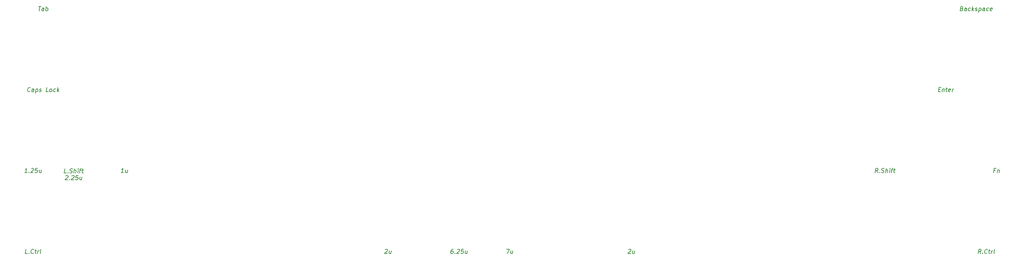
<source format=gbr>
%TF.GenerationSoftware,KiCad,Pcbnew,8.0.5-dirty*%
%TF.CreationDate,2024-10-05T08:47:05+05:30*%
%TF.ProjectId,kalam,6b616c61-6d2e-46b6-9963-61645f706362,rev?*%
%TF.SameCoordinates,Original*%
%TF.FileFunction,Legend,Top*%
%TF.FilePolarity,Positive*%
%FSLAX46Y46*%
G04 Gerber Fmt 4.6, Leading zero omitted, Abs format (unit mm)*
G04 Created by KiCad (PCBNEW 8.0.5-dirty) date 2024-10-05 08:47:05*
%MOMM*%
%LPD*%
G01*
G04 APERTURE LIST*
%ADD10C,0.150000*%
%ADD11C,1.750000*%
%ADD12C,3.987800*%
G04 APERTURE END LIST*
D10*
X237386887Y-44281763D02*
X237720220Y-44281763D01*
X237797601Y-44805573D02*
X237321410Y-44805573D01*
X237321410Y-44805573D02*
X237446410Y-43805573D01*
X237446410Y-43805573D02*
X237922601Y-43805573D01*
X238309506Y-44138906D02*
X238226172Y-44805573D01*
X238297601Y-44234144D02*
X238351172Y-44186525D01*
X238351172Y-44186525D02*
X238452363Y-44138906D01*
X238452363Y-44138906D02*
X238595220Y-44138906D01*
X238595220Y-44138906D02*
X238684506Y-44186525D01*
X238684506Y-44186525D02*
X238720220Y-44281763D01*
X238720220Y-44281763D02*
X238654744Y-44805573D01*
X239071411Y-44138906D02*
X239452363Y-44138906D01*
X239255934Y-43805573D02*
X239148792Y-44662715D01*
X239148792Y-44662715D02*
X239184506Y-44757954D01*
X239184506Y-44757954D02*
X239273792Y-44805573D01*
X239273792Y-44805573D02*
X239369030Y-44805573D01*
X240089268Y-44757954D02*
X239988078Y-44805573D01*
X239988078Y-44805573D02*
X239797601Y-44805573D01*
X239797601Y-44805573D02*
X239708316Y-44757954D01*
X239708316Y-44757954D02*
X239672601Y-44662715D01*
X239672601Y-44662715D02*
X239720221Y-44281763D01*
X239720221Y-44281763D02*
X239779744Y-44186525D01*
X239779744Y-44186525D02*
X239880935Y-44138906D01*
X239880935Y-44138906D02*
X240071411Y-44138906D01*
X240071411Y-44138906D02*
X240160697Y-44186525D01*
X240160697Y-44186525D02*
X240196411Y-44281763D01*
X240196411Y-44281763D02*
X240184506Y-44377001D01*
X240184506Y-44377001D02*
X239696411Y-44472239D01*
X240559506Y-44805573D02*
X240642840Y-44138906D01*
X240619030Y-44329382D02*
X240678554Y-44234144D01*
X240678554Y-44234144D02*
X240732125Y-44186525D01*
X240732125Y-44186525D02*
X240833316Y-44138906D01*
X240833316Y-44138906D02*
X240928554Y-44138906D01*
X23342363Y-63855557D02*
X22770934Y-63855557D01*
X23056649Y-63855557D02*
X23181649Y-62855557D01*
X23181649Y-62855557D02*
X23068553Y-62998414D01*
X23068553Y-62998414D02*
X22961411Y-63093652D01*
X22961411Y-63093652D02*
X22860220Y-63141271D01*
X23782839Y-63760318D02*
X23824506Y-63807938D01*
X23824506Y-63807938D02*
X23770934Y-63855557D01*
X23770934Y-63855557D02*
X23729268Y-63807938D01*
X23729268Y-63807938D02*
X23782839Y-63760318D01*
X23782839Y-63760318D02*
X23770934Y-63855557D01*
X24312601Y-62950795D02*
X24366172Y-62903176D01*
X24366172Y-62903176D02*
X24467362Y-62855557D01*
X24467362Y-62855557D02*
X24705458Y-62855557D01*
X24705458Y-62855557D02*
X24794743Y-62903176D01*
X24794743Y-62903176D02*
X24836410Y-62950795D01*
X24836410Y-62950795D02*
X24872124Y-63046033D01*
X24872124Y-63046033D02*
X24860220Y-63141271D01*
X24860220Y-63141271D02*
X24794743Y-63284128D01*
X24794743Y-63284128D02*
X24151886Y-63855557D01*
X24151886Y-63855557D02*
X24770934Y-63855557D01*
X25800696Y-62855557D02*
X25324505Y-62855557D01*
X25324505Y-62855557D02*
X25217363Y-63331747D01*
X25217363Y-63331747D02*
X25270934Y-63284128D01*
X25270934Y-63284128D02*
X25372124Y-63236509D01*
X25372124Y-63236509D02*
X25610220Y-63236509D01*
X25610220Y-63236509D02*
X25699505Y-63284128D01*
X25699505Y-63284128D02*
X25741172Y-63331747D01*
X25741172Y-63331747D02*
X25776886Y-63426985D01*
X25776886Y-63426985D02*
X25747124Y-63665080D01*
X25747124Y-63665080D02*
X25687601Y-63760318D01*
X25687601Y-63760318D02*
X25634029Y-63807938D01*
X25634029Y-63807938D02*
X25532839Y-63855557D01*
X25532839Y-63855557D02*
X25294743Y-63855557D01*
X25294743Y-63855557D02*
X25205458Y-63807938D01*
X25205458Y-63807938D02*
X25163791Y-63760318D01*
X26663791Y-63188890D02*
X26580458Y-63855557D01*
X26235220Y-63188890D02*
X26169744Y-63712699D01*
X26169744Y-63712699D02*
X26205458Y-63807938D01*
X26205458Y-63807938D02*
X26294744Y-63855557D01*
X26294744Y-63855557D02*
X26437601Y-63855557D01*
X26437601Y-63855557D02*
X26538791Y-63807938D01*
X26538791Y-63807938D02*
X26592363Y-63760318D01*
X107418186Y-82000779D02*
X107471757Y-81953160D01*
X107471757Y-81953160D02*
X107572947Y-81905541D01*
X107572947Y-81905541D02*
X107811043Y-81905541D01*
X107811043Y-81905541D02*
X107900328Y-81953160D01*
X107900328Y-81953160D02*
X107941995Y-82000779D01*
X107941995Y-82000779D02*
X107977709Y-82096017D01*
X107977709Y-82096017D02*
X107965805Y-82191255D01*
X107965805Y-82191255D02*
X107900328Y-82334112D01*
X107900328Y-82334112D02*
X107257471Y-82905541D01*
X107257471Y-82905541D02*
X107876519Y-82905541D01*
X108816995Y-82238874D02*
X108733662Y-82905541D01*
X108388424Y-82238874D02*
X108322948Y-82762683D01*
X108322948Y-82762683D02*
X108358662Y-82857922D01*
X108358662Y-82857922D02*
X108447948Y-82905541D01*
X108447948Y-82905541D02*
X108590805Y-82905541D01*
X108590805Y-82905541D02*
X108691995Y-82857922D01*
X108691995Y-82857922D02*
X108745567Y-82810302D01*
X223057671Y-63855557D02*
X222783861Y-63379366D01*
X222486242Y-63855557D02*
X222611242Y-62855557D01*
X222611242Y-62855557D02*
X222992195Y-62855557D01*
X222992195Y-62855557D02*
X223081480Y-62903176D01*
X223081480Y-62903176D02*
X223123147Y-62950795D01*
X223123147Y-62950795D02*
X223158861Y-63046033D01*
X223158861Y-63046033D02*
X223141004Y-63188890D01*
X223141004Y-63188890D02*
X223081480Y-63284128D01*
X223081480Y-63284128D02*
X223027909Y-63331747D01*
X223027909Y-63331747D02*
X222926719Y-63379366D01*
X222926719Y-63379366D02*
X222545766Y-63379366D01*
X223498147Y-63760318D02*
X223539814Y-63807938D01*
X223539814Y-63807938D02*
X223486242Y-63855557D01*
X223486242Y-63855557D02*
X223444576Y-63807938D01*
X223444576Y-63807938D02*
X223498147Y-63760318D01*
X223498147Y-63760318D02*
X223486242Y-63855557D01*
X223920766Y-63807938D02*
X224057670Y-63855557D01*
X224057670Y-63855557D02*
X224295766Y-63855557D01*
X224295766Y-63855557D02*
X224396956Y-63807938D01*
X224396956Y-63807938D02*
X224450528Y-63760318D01*
X224450528Y-63760318D02*
X224510051Y-63665080D01*
X224510051Y-63665080D02*
X224521956Y-63569842D01*
X224521956Y-63569842D02*
X224486242Y-63474604D01*
X224486242Y-63474604D02*
X224444575Y-63426985D01*
X224444575Y-63426985D02*
X224355290Y-63379366D01*
X224355290Y-63379366D02*
X224170766Y-63331747D01*
X224170766Y-63331747D02*
X224081480Y-63284128D01*
X224081480Y-63284128D02*
X224039813Y-63236509D01*
X224039813Y-63236509D02*
X224004099Y-63141271D01*
X224004099Y-63141271D02*
X224016004Y-63046033D01*
X224016004Y-63046033D02*
X224075528Y-62950795D01*
X224075528Y-62950795D02*
X224129099Y-62903176D01*
X224129099Y-62903176D02*
X224230290Y-62855557D01*
X224230290Y-62855557D02*
X224468385Y-62855557D01*
X224468385Y-62855557D02*
X224605290Y-62903176D01*
X224914813Y-63855557D02*
X225039813Y-62855557D01*
X225343385Y-63855557D02*
X225408861Y-63331747D01*
X225408861Y-63331747D02*
X225373147Y-63236509D01*
X225373147Y-63236509D02*
X225283861Y-63188890D01*
X225283861Y-63188890D02*
X225141004Y-63188890D01*
X225141004Y-63188890D02*
X225039813Y-63236509D01*
X225039813Y-63236509D02*
X224986242Y-63284128D01*
X225819575Y-63855557D02*
X225902909Y-63188890D01*
X225944575Y-62855557D02*
X225891004Y-62903176D01*
X225891004Y-62903176D02*
X225932671Y-62950795D01*
X225932671Y-62950795D02*
X225986242Y-62903176D01*
X225986242Y-62903176D02*
X225944575Y-62855557D01*
X225944575Y-62855557D02*
X225932671Y-62950795D01*
X226236242Y-63188890D02*
X226617194Y-63188890D01*
X226295765Y-63855557D02*
X226402908Y-62998414D01*
X226402908Y-62998414D02*
X226462432Y-62903176D01*
X226462432Y-62903176D02*
X226563623Y-62855557D01*
X226563623Y-62855557D02*
X226658861Y-62855557D01*
X226807671Y-63188890D02*
X227188623Y-63188890D01*
X226992194Y-62855557D02*
X226885052Y-63712699D01*
X226885052Y-63712699D02*
X226920766Y-63807938D01*
X226920766Y-63807938D02*
X227010052Y-63855557D01*
X227010052Y-63855557D02*
X227105290Y-63855557D01*
X123384541Y-81905541D02*
X123194065Y-81905541D01*
X123194065Y-81905541D02*
X123092874Y-81953160D01*
X123092874Y-81953160D02*
X123039303Y-82000779D01*
X123039303Y-82000779D02*
X122926207Y-82143636D01*
X122926207Y-82143636D02*
X122854779Y-82334112D01*
X122854779Y-82334112D02*
X122807160Y-82715064D01*
X122807160Y-82715064D02*
X122842874Y-82810302D01*
X122842874Y-82810302D02*
X122884541Y-82857922D01*
X122884541Y-82857922D02*
X122973827Y-82905541D01*
X122973827Y-82905541D02*
X123164303Y-82905541D01*
X123164303Y-82905541D02*
X123265493Y-82857922D01*
X123265493Y-82857922D02*
X123319065Y-82810302D01*
X123319065Y-82810302D02*
X123378588Y-82715064D01*
X123378588Y-82715064D02*
X123408350Y-82476969D01*
X123408350Y-82476969D02*
X123372636Y-82381731D01*
X123372636Y-82381731D02*
X123330969Y-82334112D01*
X123330969Y-82334112D02*
X123241684Y-82286493D01*
X123241684Y-82286493D02*
X123051207Y-82286493D01*
X123051207Y-82286493D02*
X122950017Y-82334112D01*
X122950017Y-82334112D02*
X122896446Y-82381731D01*
X122896446Y-82381731D02*
X122836922Y-82476969D01*
X123795255Y-82810302D02*
X123836922Y-82857922D01*
X123836922Y-82857922D02*
X123783350Y-82905541D01*
X123783350Y-82905541D02*
X123741684Y-82857922D01*
X123741684Y-82857922D02*
X123795255Y-82810302D01*
X123795255Y-82810302D02*
X123783350Y-82905541D01*
X124325017Y-82000779D02*
X124378588Y-81953160D01*
X124378588Y-81953160D02*
X124479778Y-81905541D01*
X124479778Y-81905541D02*
X124717874Y-81905541D01*
X124717874Y-81905541D02*
X124807159Y-81953160D01*
X124807159Y-81953160D02*
X124848826Y-82000779D01*
X124848826Y-82000779D02*
X124884540Y-82096017D01*
X124884540Y-82096017D02*
X124872636Y-82191255D01*
X124872636Y-82191255D02*
X124807159Y-82334112D01*
X124807159Y-82334112D02*
X124164302Y-82905541D01*
X124164302Y-82905541D02*
X124783350Y-82905541D01*
X125813112Y-81905541D02*
X125336921Y-81905541D01*
X125336921Y-81905541D02*
X125229779Y-82381731D01*
X125229779Y-82381731D02*
X125283350Y-82334112D01*
X125283350Y-82334112D02*
X125384540Y-82286493D01*
X125384540Y-82286493D02*
X125622636Y-82286493D01*
X125622636Y-82286493D02*
X125711921Y-82334112D01*
X125711921Y-82334112D02*
X125753588Y-82381731D01*
X125753588Y-82381731D02*
X125789302Y-82476969D01*
X125789302Y-82476969D02*
X125759540Y-82715064D01*
X125759540Y-82715064D02*
X125700017Y-82810302D01*
X125700017Y-82810302D02*
X125646445Y-82857922D01*
X125646445Y-82857922D02*
X125545255Y-82905541D01*
X125545255Y-82905541D02*
X125307159Y-82905541D01*
X125307159Y-82905541D02*
X125217874Y-82857922D01*
X125217874Y-82857922D02*
X125176207Y-82810302D01*
X126676207Y-82238874D02*
X126592874Y-82905541D01*
X126247636Y-82238874D02*
X126182160Y-82762683D01*
X126182160Y-82762683D02*
X126217874Y-82857922D01*
X126217874Y-82857922D02*
X126307160Y-82905541D01*
X126307160Y-82905541D02*
X126450017Y-82905541D01*
X126450017Y-82905541D02*
X126551207Y-82857922D01*
X126551207Y-82857922D02*
X126604779Y-82810302D01*
X32557829Y-63943553D02*
X32081638Y-63943553D01*
X32081638Y-63943553D02*
X32206638Y-62943553D01*
X32903067Y-63848314D02*
X32944734Y-63895934D01*
X32944734Y-63895934D02*
X32891162Y-63943553D01*
X32891162Y-63943553D02*
X32849496Y-63895934D01*
X32849496Y-63895934D02*
X32903067Y-63848314D01*
X32903067Y-63848314D02*
X32891162Y-63943553D01*
X33325686Y-63895934D02*
X33462590Y-63943553D01*
X33462590Y-63943553D02*
X33700686Y-63943553D01*
X33700686Y-63943553D02*
X33801876Y-63895934D01*
X33801876Y-63895934D02*
X33855448Y-63848314D01*
X33855448Y-63848314D02*
X33914971Y-63753076D01*
X33914971Y-63753076D02*
X33926876Y-63657838D01*
X33926876Y-63657838D02*
X33891162Y-63562600D01*
X33891162Y-63562600D02*
X33849495Y-63514981D01*
X33849495Y-63514981D02*
X33760210Y-63467362D01*
X33760210Y-63467362D02*
X33575686Y-63419743D01*
X33575686Y-63419743D02*
X33486400Y-63372124D01*
X33486400Y-63372124D02*
X33444733Y-63324505D01*
X33444733Y-63324505D02*
X33409019Y-63229267D01*
X33409019Y-63229267D02*
X33420924Y-63134029D01*
X33420924Y-63134029D02*
X33480448Y-63038791D01*
X33480448Y-63038791D02*
X33534019Y-62991172D01*
X33534019Y-62991172D02*
X33635210Y-62943553D01*
X33635210Y-62943553D02*
X33873305Y-62943553D01*
X33873305Y-62943553D02*
X34010210Y-62991172D01*
X34319733Y-63943553D02*
X34444733Y-62943553D01*
X34748305Y-63943553D02*
X34813781Y-63419743D01*
X34813781Y-63419743D02*
X34778067Y-63324505D01*
X34778067Y-63324505D02*
X34688781Y-63276886D01*
X34688781Y-63276886D02*
X34545924Y-63276886D01*
X34545924Y-63276886D02*
X34444733Y-63324505D01*
X34444733Y-63324505D02*
X34391162Y-63372124D01*
X35224495Y-63943553D02*
X35307829Y-63276886D01*
X35349495Y-62943553D02*
X35295924Y-62991172D01*
X35295924Y-62991172D02*
X35337591Y-63038791D01*
X35337591Y-63038791D02*
X35391162Y-62991172D01*
X35391162Y-62991172D02*
X35349495Y-62943553D01*
X35349495Y-62943553D02*
X35337591Y-63038791D01*
X35641162Y-63276886D02*
X36022114Y-63276886D01*
X35700685Y-63943553D02*
X35807828Y-63086410D01*
X35807828Y-63086410D02*
X35867352Y-62991172D01*
X35867352Y-62991172D02*
X35968543Y-62943553D01*
X35968543Y-62943553D02*
X36063781Y-62943553D01*
X36212591Y-63276886D02*
X36593543Y-63276886D01*
X36397114Y-62943553D02*
X36289972Y-63800695D01*
X36289972Y-63800695D02*
X36325686Y-63895934D01*
X36325686Y-63895934D02*
X36414972Y-63943553D01*
X36414972Y-63943553D02*
X36510210Y-63943553D01*
X32409020Y-64648735D02*
X32462591Y-64601116D01*
X32462591Y-64601116D02*
X32563781Y-64553497D01*
X32563781Y-64553497D02*
X32801877Y-64553497D01*
X32801877Y-64553497D02*
X32891162Y-64601116D01*
X32891162Y-64601116D02*
X32932829Y-64648735D01*
X32932829Y-64648735D02*
X32968543Y-64743973D01*
X32968543Y-64743973D02*
X32956639Y-64839211D01*
X32956639Y-64839211D02*
X32891162Y-64982068D01*
X32891162Y-64982068D02*
X32248305Y-65553497D01*
X32248305Y-65553497D02*
X32867353Y-65553497D01*
X33307829Y-65458258D02*
X33349496Y-65505878D01*
X33349496Y-65505878D02*
X33295924Y-65553497D01*
X33295924Y-65553497D02*
X33254258Y-65505878D01*
X33254258Y-65505878D02*
X33307829Y-65458258D01*
X33307829Y-65458258D02*
X33295924Y-65553497D01*
X33837591Y-64648735D02*
X33891162Y-64601116D01*
X33891162Y-64601116D02*
X33992352Y-64553497D01*
X33992352Y-64553497D02*
X34230448Y-64553497D01*
X34230448Y-64553497D02*
X34319733Y-64601116D01*
X34319733Y-64601116D02*
X34361400Y-64648735D01*
X34361400Y-64648735D02*
X34397114Y-64743973D01*
X34397114Y-64743973D02*
X34385210Y-64839211D01*
X34385210Y-64839211D02*
X34319733Y-64982068D01*
X34319733Y-64982068D02*
X33676876Y-65553497D01*
X33676876Y-65553497D02*
X34295924Y-65553497D01*
X35325686Y-64553497D02*
X34849495Y-64553497D01*
X34849495Y-64553497D02*
X34742353Y-65029687D01*
X34742353Y-65029687D02*
X34795924Y-64982068D01*
X34795924Y-64982068D02*
X34897114Y-64934449D01*
X34897114Y-64934449D02*
X35135210Y-64934449D01*
X35135210Y-64934449D02*
X35224495Y-64982068D01*
X35224495Y-64982068D02*
X35266162Y-65029687D01*
X35266162Y-65029687D02*
X35301876Y-65124925D01*
X35301876Y-65124925D02*
X35272114Y-65363020D01*
X35272114Y-65363020D02*
X35212591Y-65458258D01*
X35212591Y-65458258D02*
X35159019Y-65505878D01*
X35159019Y-65505878D02*
X35057829Y-65553497D01*
X35057829Y-65553497D02*
X34819733Y-65553497D01*
X34819733Y-65553497D02*
X34730448Y-65505878D01*
X34730448Y-65505878D02*
X34688781Y-65458258D01*
X36188781Y-64886830D02*
X36105448Y-65553497D01*
X35760210Y-64886830D02*
X35694734Y-65410639D01*
X35694734Y-65410639D02*
X35730448Y-65505878D01*
X35730448Y-65505878D02*
X35819734Y-65553497D01*
X35819734Y-65553497D02*
X35962591Y-65553497D01*
X35962591Y-65553497D02*
X36063781Y-65505878D01*
X36063781Y-65505878D02*
X36117353Y-65458258D01*
X135957447Y-81905541D02*
X136624114Y-81905541D01*
X136624114Y-81905541D02*
X136070543Y-82905541D01*
X137391971Y-82238874D02*
X137308638Y-82905541D01*
X136963400Y-82238874D02*
X136897924Y-82762683D01*
X136897924Y-82762683D02*
X136933638Y-82857922D01*
X136933638Y-82857922D02*
X137022924Y-82905541D01*
X137022924Y-82905541D02*
X137165781Y-82905541D01*
X137165781Y-82905541D02*
X137266971Y-82857922D01*
X137266971Y-82857922D02*
X137320543Y-82810302D01*
X23413775Y-82905493D02*
X22937584Y-82905493D01*
X22937584Y-82905493D02*
X23062584Y-81905493D01*
X23759013Y-82810254D02*
X23800680Y-82857874D01*
X23800680Y-82857874D02*
X23747108Y-82905493D01*
X23747108Y-82905493D02*
X23705442Y-82857874D01*
X23705442Y-82857874D02*
X23759013Y-82810254D01*
X23759013Y-82810254D02*
X23747108Y-82905493D01*
X24806632Y-82810254D02*
X24753060Y-82857874D01*
X24753060Y-82857874D02*
X24604251Y-82905493D01*
X24604251Y-82905493D02*
X24509013Y-82905493D01*
X24509013Y-82905493D02*
X24372108Y-82857874D01*
X24372108Y-82857874D02*
X24288775Y-82762635D01*
X24288775Y-82762635D02*
X24253060Y-82667397D01*
X24253060Y-82667397D02*
X24229251Y-82476921D01*
X24229251Y-82476921D02*
X24247108Y-82334064D01*
X24247108Y-82334064D02*
X24318536Y-82143588D01*
X24318536Y-82143588D02*
X24378060Y-82048350D01*
X24378060Y-82048350D02*
X24485203Y-81953112D01*
X24485203Y-81953112D02*
X24634013Y-81905493D01*
X24634013Y-81905493D02*
X24729251Y-81905493D01*
X24729251Y-81905493D02*
X24866156Y-81953112D01*
X24866156Y-81953112D02*
X24907822Y-82000731D01*
X25163775Y-82238826D02*
X25544727Y-82238826D01*
X25348298Y-81905493D02*
X25241156Y-82762635D01*
X25241156Y-82762635D02*
X25276870Y-82857874D01*
X25276870Y-82857874D02*
X25366156Y-82905493D01*
X25366156Y-82905493D02*
X25461394Y-82905493D01*
X25794727Y-82905493D02*
X25878061Y-82238826D01*
X25854251Y-82429302D02*
X25913775Y-82334064D01*
X25913775Y-82334064D02*
X25967346Y-82286445D01*
X25967346Y-82286445D02*
X26068537Y-82238826D01*
X26068537Y-82238826D02*
X26163775Y-82238826D01*
X26556633Y-82905493D02*
X26467347Y-82857874D01*
X26467347Y-82857874D02*
X26431633Y-82762635D01*
X26431633Y-82762635D02*
X26538775Y-81905493D01*
X250674018Y-63331747D02*
X250340685Y-63331747D01*
X250275208Y-63855557D02*
X250400208Y-62855557D01*
X250400208Y-62855557D02*
X250876399Y-62855557D01*
X251215685Y-63188890D02*
X251132351Y-63855557D01*
X251203780Y-63284128D02*
X251257351Y-63236509D01*
X251257351Y-63236509D02*
X251358542Y-63188890D01*
X251358542Y-63188890D02*
X251501399Y-63188890D01*
X251501399Y-63188890D02*
X251590685Y-63236509D01*
X251590685Y-63236509D02*
X251626399Y-63331747D01*
X251626399Y-63331747D02*
X251560923Y-63855557D01*
X164568138Y-82000779D02*
X164621709Y-81953160D01*
X164621709Y-81953160D02*
X164722899Y-81905541D01*
X164722899Y-81905541D02*
X164960995Y-81905541D01*
X164960995Y-81905541D02*
X165050280Y-81953160D01*
X165050280Y-81953160D02*
X165091947Y-82000779D01*
X165091947Y-82000779D02*
X165127661Y-82096017D01*
X165127661Y-82096017D02*
X165115757Y-82191255D01*
X165115757Y-82191255D02*
X165050280Y-82334112D01*
X165050280Y-82334112D02*
X164407423Y-82905541D01*
X164407423Y-82905541D02*
X165026471Y-82905541D01*
X165966947Y-82238874D02*
X165883614Y-82905541D01*
X165538376Y-82238874D02*
X165472900Y-82762683D01*
X165472900Y-82762683D02*
X165508614Y-82857922D01*
X165508614Y-82857922D02*
X165597900Y-82905541D01*
X165597900Y-82905541D02*
X165740757Y-82905541D01*
X165740757Y-82905541D02*
X165841947Y-82857922D01*
X165841947Y-82857922D02*
X165895519Y-82810302D01*
X242840093Y-25231779D02*
X242976998Y-25279398D01*
X242976998Y-25279398D02*
X243018664Y-25327017D01*
X243018664Y-25327017D02*
X243054379Y-25422255D01*
X243054379Y-25422255D02*
X243036521Y-25565112D01*
X243036521Y-25565112D02*
X242976998Y-25660350D01*
X242976998Y-25660350D02*
X242923426Y-25707970D01*
X242923426Y-25707970D02*
X242822236Y-25755589D01*
X242822236Y-25755589D02*
X242441283Y-25755589D01*
X242441283Y-25755589D02*
X242566283Y-24755589D01*
X242566283Y-24755589D02*
X242899617Y-24755589D01*
X242899617Y-24755589D02*
X242988902Y-24803208D01*
X242988902Y-24803208D02*
X243030569Y-24850827D01*
X243030569Y-24850827D02*
X243066283Y-24946065D01*
X243066283Y-24946065D02*
X243054379Y-25041303D01*
X243054379Y-25041303D02*
X242994855Y-25136541D01*
X242994855Y-25136541D02*
X242941283Y-25184160D01*
X242941283Y-25184160D02*
X242840093Y-25231779D01*
X242840093Y-25231779D02*
X242506760Y-25231779D01*
X243869855Y-25755589D02*
X243935331Y-25231779D01*
X243935331Y-25231779D02*
X243899617Y-25136541D01*
X243899617Y-25136541D02*
X243810331Y-25088922D01*
X243810331Y-25088922D02*
X243619855Y-25088922D01*
X243619855Y-25088922D02*
X243518664Y-25136541D01*
X243875807Y-25707970D02*
X243774617Y-25755589D01*
X243774617Y-25755589D02*
X243536521Y-25755589D01*
X243536521Y-25755589D02*
X243447236Y-25707970D01*
X243447236Y-25707970D02*
X243411521Y-25612731D01*
X243411521Y-25612731D02*
X243423426Y-25517493D01*
X243423426Y-25517493D02*
X243482950Y-25422255D01*
X243482950Y-25422255D02*
X243584141Y-25374636D01*
X243584141Y-25374636D02*
X243822236Y-25374636D01*
X243822236Y-25374636D02*
X243923426Y-25327017D01*
X244780569Y-25707970D02*
X244679379Y-25755589D01*
X244679379Y-25755589D02*
X244488903Y-25755589D01*
X244488903Y-25755589D02*
X244399617Y-25707970D01*
X244399617Y-25707970D02*
X244357950Y-25660350D01*
X244357950Y-25660350D02*
X244322236Y-25565112D01*
X244322236Y-25565112D02*
X244357950Y-25279398D01*
X244357950Y-25279398D02*
X244417474Y-25184160D01*
X244417474Y-25184160D02*
X244471045Y-25136541D01*
X244471045Y-25136541D02*
X244572236Y-25088922D01*
X244572236Y-25088922D02*
X244762712Y-25088922D01*
X244762712Y-25088922D02*
X244851998Y-25136541D01*
X245203188Y-25755589D02*
X245328188Y-24755589D01*
X245346046Y-25374636D02*
X245584141Y-25755589D01*
X245667474Y-25088922D02*
X245238903Y-25469874D01*
X245971046Y-25707970D02*
X246060331Y-25755589D01*
X246060331Y-25755589D02*
X246250808Y-25755589D01*
X246250808Y-25755589D02*
X246351998Y-25707970D01*
X246351998Y-25707970D02*
X246411522Y-25612731D01*
X246411522Y-25612731D02*
X246417474Y-25565112D01*
X246417474Y-25565112D02*
X246381760Y-25469874D01*
X246381760Y-25469874D02*
X246292474Y-25422255D01*
X246292474Y-25422255D02*
X246149617Y-25422255D01*
X246149617Y-25422255D02*
X246060331Y-25374636D01*
X246060331Y-25374636D02*
X246024617Y-25279398D01*
X246024617Y-25279398D02*
X246030570Y-25231779D01*
X246030570Y-25231779D02*
X246090093Y-25136541D01*
X246090093Y-25136541D02*
X246191284Y-25088922D01*
X246191284Y-25088922D02*
X246334141Y-25088922D01*
X246334141Y-25088922D02*
X246423427Y-25136541D01*
X246905570Y-25088922D02*
X246780570Y-26088922D01*
X246899617Y-25136541D02*
X247000808Y-25088922D01*
X247000808Y-25088922D02*
X247191284Y-25088922D01*
X247191284Y-25088922D02*
X247280570Y-25136541D01*
X247280570Y-25136541D02*
X247322236Y-25184160D01*
X247322236Y-25184160D02*
X247357951Y-25279398D01*
X247357951Y-25279398D02*
X247322236Y-25565112D01*
X247322236Y-25565112D02*
X247262713Y-25660350D01*
X247262713Y-25660350D02*
X247209141Y-25707970D01*
X247209141Y-25707970D02*
X247107951Y-25755589D01*
X247107951Y-25755589D02*
X246917474Y-25755589D01*
X246917474Y-25755589D02*
X246828189Y-25707970D01*
X248155570Y-25755589D02*
X248221046Y-25231779D01*
X248221046Y-25231779D02*
X248185332Y-25136541D01*
X248185332Y-25136541D02*
X248096046Y-25088922D01*
X248096046Y-25088922D02*
X247905570Y-25088922D01*
X247905570Y-25088922D02*
X247804379Y-25136541D01*
X248161522Y-25707970D02*
X248060332Y-25755589D01*
X248060332Y-25755589D02*
X247822236Y-25755589D01*
X247822236Y-25755589D02*
X247732951Y-25707970D01*
X247732951Y-25707970D02*
X247697236Y-25612731D01*
X247697236Y-25612731D02*
X247709141Y-25517493D01*
X247709141Y-25517493D02*
X247768665Y-25422255D01*
X247768665Y-25422255D02*
X247869856Y-25374636D01*
X247869856Y-25374636D02*
X248107951Y-25374636D01*
X248107951Y-25374636D02*
X248209141Y-25327017D01*
X249066284Y-25707970D02*
X248965094Y-25755589D01*
X248965094Y-25755589D02*
X248774618Y-25755589D01*
X248774618Y-25755589D02*
X248685332Y-25707970D01*
X248685332Y-25707970D02*
X248643665Y-25660350D01*
X248643665Y-25660350D02*
X248607951Y-25565112D01*
X248607951Y-25565112D02*
X248643665Y-25279398D01*
X248643665Y-25279398D02*
X248703189Y-25184160D01*
X248703189Y-25184160D02*
X248756760Y-25136541D01*
X248756760Y-25136541D02*
X248857951Y-25088922D01*
X248857951Y-25088922D02*
X249048427Y-25088922D01*
X249048427Y-25088922D02*
X249137713Y-25136541D01*
X249875808Y-25707970D02*
X249774618Y-25755589D01*
X249774618Y-25755589D02*
X249584141Y-25755589D01*
X249584141Y-25755589D02*
X249494856Y-25707970D01*
X249494856Y-25707970D02*
X249459141Y-25612731D01*
X249459141Y-25612731D02*
X249506761Y-25231779D01*
X249506761Y-25231779D02*
X249566284Y-25136541D01*
X249566284Y-25136541D02*
X249667475Y-25088922D01*
X249667475Y-25088922D02*
X249857951Y-25088922D01*
X249857951Y-25088922D02*
X249947237Y-25136541D01*
X249947237Y-25136541D02*
X249982951Y-25231779D01*
X249982951Y-25231779D02*
X249971046Y-25327017D01*
X249971046Y-25327017D02*
X249482951Y-25422255D01*
X45964071Y-63855557D02*
X45392642Y-63855557D01*
X45678357Y-63855557D02*
X45803357Y-62855557D01*
X45803357Y-62855557D02*
X45690261Y-62998414D01*
X45690261Y-62998414D02*
X45583119Y-63093652D01*
X45583119Y-63093652D02*
X45481928Y-63141271D01*
X46904547Y-63188890D02*
X46821214Y-63855557D01*
X46475976Y-63188890D02*
X46410500Y-63712699D01*
X46410500Y-63712699D02*
X46446214Y-63807938D01*
X46446214Y-63807938D02*
X46535500Y-63855557D01*
X46535500Y-63855557D02*
X46678357Y-63855557D01*
X46678357Y-63855557D02*
X46779547Y-63807938D01*
X46779547Y-63807938D02*
X46833119Y-63760318D01*
X26015275Y-24755605D02*
X26586704Y-24755605D01*
X26175990Y-25755605D02*
X26300990Y-24755605D01*
X27223609Y-25755605D02*
X27289085Y-25231795D01*
X27289085Y-25231795D02*
X27253371Y-25136557D01*
X27253371Y-25136557D02*
X27164085Y-25088938D01*
X27164085Y-25088938D02*
X26973609Y-25088938D01*
X26973609Y-25088938D02*
X26872418Y-25136557D01*
X27229561Y-25707986D02*
X27128371Y-25755605D01*
X27128371Y-25755605D02*
X26890275Y-25755605D01*
X26890275Y-25755605D02*
X26800990Y-25707986D01*
X26800990Y-25707986D02*
X26765275Y-25612747D01*
X26765275Y-25612747D02*
X26777180Y-25517509D01*
X26777180Y-25517509D02*
X26836704Y-25422271D01*
X26836704Y-25422271D02*
X26937895Y-25374652D01*
X26937895Y-25374652D02*
X27175990Y-25374652D01*
X27175990Y-25374652D02*
X27277180Y-25327033D01*
X27699799Y-25755605D02*
X27824799Y-24755605D01*
X27777180Y-25136557D02*
X27878371Y-25088938D01*
X27878371Y-25088938D02*
X28068847Y-25088938D01*
X28068847Y-25088938D02*
X28158133Y-25136557D01*
X28158133Y-25136557D02*
X28199799Y-25184176D01*
X28199799Y-25184176D02*
X28235514Y-25279414D01*
X28235514Y-25279414D02*
X28199799Y-25565128D01*
X28199799Y-25565128D02*
X28140276Y-25660366D01*
X28140276Y-25660366D02*
X28086704Y-25707986D01*
X28086704Y-25707986D02*
X27985514Y-25755605D01*
X27985514Y-25755605D02*
X27795037Y-25755605D01*
X27795037Y-25755605D02*
X27705752Y-25707986D01*
X24021229Y-44710334D02*
X23967657Y-44757954D01*
X23967657Y-44757954D02*
X23818848Y-44805573D01*
X23818848Y-44805573D02*
X23723610Y-44805573D01*
X23723610Y-44805573D02*
X23586705Y-44757954D01*
X23586705Y-44757954D02*
X23503372Y-44662715D01*
X23503372Y-44662715D02*
X23467657Y-44567477D01*
X23467657Y-44567477D02*
X23443848Y-44377001D01*
X23443848Y-44377001D02*
X23461705Y-44234144D01*
X23461705Y-44234144D02*
X23533133Y-44043668D01*
X23533133Y-44043668D02*
X23592657Y-43948430D01*
X23592657Y-43948430D02*
X23699800Y-43853192D01*
X23699800Y-43853192D02*
X23848610Y-43805573D01*
X23848610Y-43805573D02*
X23943848Y-43805573D01*
X23943848Y-43805573D02*
X24080753Y-43853192D01*
X24080753Y-43853192D02*
X24122419Y-43900811D01*
X24866467Y-44805573D02*
X24931943Y-44281763D01*
X24931943Y-44281763D02*
X24896229Y-44186525D01*
X24896229Y-44186525D02*
X24806943Y-44138906D01*
X24806943Y-44138906D02*
X24616467Y-44138906D01*
X24616467Y-44138906D02*
X24515276Y-44186525D01*
X24872419Y-44757954D02*
X24771229Y-44805573D01*
X24771229Y-44805573D02*
X24533133Y-44805573D01*
X24533133Y-44805573D02*
X24443848Y-44757954D01*
X24443848Y-44757954D02*
X24408133Y-44662715D01*
X24408133Y-44662715D02*
X24420038Y-44567477D01*
X24420038Y-44567477D02*
X24479562Y-44472239D01*
X24479562Y-44472239D02*
X24580753Y-44424620D01*
X24580753Y-44424620D02*
X24818848Y-44424620D01*
X24818848Y-44424620D02*
X24920038Y-44377001D01*
X25425991Y-44138906D02*
X25300991Y-45138906D01*
X25420038Y-44186525D02*
X25521229Y-44138906D01*
X25521229Y-44138906D02*
X25711705Y-44138906D01*
X25711705Y-44138906D02*
X25800991Y-44186525D01*
X25800991Y-44186525D02*
X25842657Y-44234144D01*
X25842657Y-44234144D02*
X25878372Y-44329382D01*
X25878372Y-44329382D02*
X25842657Y-44615096D01*
X25842657Y-44615096D02*
X25783134Y-44710334D01*
X25783134Y-44710334D02*
X25729562Y-44757954D01*
X25729562Y-44757954D02*
X25628372Y-44805573D01*
X25628372Y-44805573D02*
X25437895Y-44805573D01*
X25437895Y-44805573D02*
X25348610Y-44757954D01*
X26205753Y-44757954D02*
X26295038Y-44805573D01*
X26295038Y-44805573D02*
X26485515Y-44805573D01*
X26485515Y-44805573D02*
X26586705Y-44757954D01*
X26586705Y-44757954D02*
X26646229Y-44662715D01*
X26646229Y-44662715D02*
X26652181Y-44615096D01*
X26652181Y-44615096D02*
X26616467Y-44519858D01*
X26616467Y-44519858D02*
X26527181Y-44472239D01*
X26527181Y-44472239D02*
X26384324Y-44472239D01*
X26384324Y-44472239D02*
X26295038Y-44424620D01*
X26295038Y-44424620D02*
X26259324Y-44329382D01*
X26259324Y-44329382D02*
X26265277Y-44281763D01*
X26265277Y-44281763D02*
X26324800Y-44186525D01*
X26324800Y-44186525D02*
X26425991Y-44138906D01*
X26425991Y-44138906D02*
X26568848Y-44138906D01*
X26568848Y-44138906D02*
X26658134Y-44186525D01*
X28295039Y-44805573D02*
X27818848Y-44805573D01*
X27818848Y-44805573D02*
X27943848Y-43805573D01*
X28771230Y-44805573D02*
X28681944Y-44757954D01*
X28681944Y-44757954D02*
X28640277Y-44710334D01*
X28640277Y-44710334D02*
X28604563Y-44615096D01*
X28604563Y-44615096D02*
X28640277Y-44329382D01*
X28640277Y-44329382D02*
X28699801Y-44234144D01*
X28699801Y-44234144D02*
X28753372Y-44186525D01*
X28753372Y-44186525D02*
X28854563Y-44138906D01*
X28854563Y-44138906D02*
X28997420Y-44138906D01*
X28997420Y-44138906D02*
X29086706Y-44186525D01*
X29086706Y-44186525D02*
X29128372Y-44234144D01*
X29128372Y-44234144D02*
X29164087Y-44329382D01*
X29164087Y-44329382D02*
X29128372Y-44615096D01*
X29128372Y-44615096D02*
X29068849Y-44710334D01*
X29068849Y-44710334D02*
X29015277Y-44757954D01*
X29015277Y-44757954D02*
X28914087Y-44805573D01*
X28914087Y-44805573D02*
X28771230Y-44805573D01*
X29967658Y-44757954D02*
X29866468Y-44805573D01*
X29866468Y-44805573D02*
X29675992Y-44805573D01*
X29675992Y-44805573D02*
X29586706Y-44757954D01*
X29586706Y-44757954D02*
X29545039Y-44710334D01*
X29545039Y-44710334D02*
X29509325Y-44615096D01*
X29509325Y-44615096D02*
X29545039Y-44329382D01*
X29545039Y-44329382D02*
X29604563Y-44234144D01*
X29604563Y-44234144D02*
X29658134Y-44186525D01*
X29658134Y-44186525D02*
X29759325Y-44138906D01*
X29759325Y-44138906D02*
X29949801Y-44138906D01*
X29949801Y-44138906D02*
X30039087Y-44186525D01*
X30390277Y-44805573D02*
X30515277Y-43805573D01*
X30533135Y-44424620D02*
X30771230Y-44805573D01*
X30854563Y-44138906D02*
X30425992Y-44519858D01*
X247250923Y-82905493D02*
X246977113Y-82429302D01*
X246679494Y-82905493D02*
X246804494Y-81905493D01*
X246804494Y-81905493D02*
X247185447Y-81905493D01*
X247185447Y-81905493D02*
X247274732Y-81953112D01*
X247274732Y-81953112D02*
X247316399Y-82000731D01*
X247316399Y-82000731D02*
X247352113Y-82095969D01*
X247352113Y-82095969D02*
X247334256Y-82238826D01*
X247334256Y-82238826D02*
X247274732Y-82334064D01*
X247274732Y-82334064D02*
X247221161Y-82381683D01*
X247221161Y-82381683D02*
X247119971Y-82429302D01*
X247119971Y-82429302D02*
X246739018Y-82429302D01*
X247691399Y-82810254D02*
X247733066Y-82857874D01*
X247733066Y-82857874D02*
X247679494Y-82905493D01*
X247679494Y-82905493D02*
X247637828Y-82857874D01*
X247637828Y-82857874D02*
X247691399Y-82810254D01*
X247691399Y-82810254D02*
X247679494Y-82905493D01*
X248739018Y-82810254D02*
X248685446Y-82857874D01*
X248685446Y-82857874D02*
X248536637Y-82905493D01*
X248536637Y-82905493D02*
X248441399Y-82905493D01*
X248441399Y-82905493D02*
X248304494Y-82857874D01*
X248304494Y-82857874D02*
X248221161Y-82762635D01*
X248221161Y-82762635D02*
X248185446Y-82667397D01*
X248185446Y-82667397D02*
X248161637Y-82476921D01*
X248161637Y-82476921D02*
X248179494Y-82334064D01*
X248179494Y-82334064D02*
X248250922Y-82143588D01*
X248250922Y-82143588D02*
X248310446Y-82048350D01*
X248310446Y-82048350D02*
X248417589Y-81953112D01*
X248417589Y-81953112D02*
X248566399Y-81905493D01*
X248566399Y-81905493D02*
X248661637Y-81905493D01*
X248661637Y-81905493D02*
X248798542Y-81953112D01*
X248798542Y-81953112D02*
X248840208Y-82000731D01*
X249096161Y-82238826D02*
X249477113Y-82238826D01*
X249280684Y-81905493D02*
X249173542Y-82762635D01*
X249173542Y-82762635D02*
X249209256Y-82857874D01*
X249209256Y-82857874D02*
X249298542Y-82905493D01*
X249298542Y-82905493D02*
X249393780Y-82905493D01*
X249727113Y-82905493D02*
X249810447Y-82238826D01*
X249786637Y-82429302D02*
X249846161Y-82334064D01*
X249846161Y-82334064D02*
X249899732Y-82286445D01*
X249899732Y-82286445D02*
X250000923Y-82238826D01*
X250000923Y-82238826D02*
X250096161Y-82238826D01*
X250489019Y-82905493D02*
X250399733Y-82857874D01*
X250399733Y-82857874D02*
X250364019Y-82762635D01*
X250364019Y-82762635D02*
X250471161Y-81905493D01*
%LPC*%
D11*
%TO.C,MX25*%
X29150450Y-60424178D03*
D12*
X34230450Y-60424178D03*
D11*
X39310450Y-60424178D03*
%TD*%
%TO.C,MX15*%
X50581682Y-41374194D03*
D12*
X55661682Y-41374194D03*
D11*
X60741682Y-41374194D03*
%TD*%
%TO.C,MX26*%
X19625458Y-60424178D03*
D12*
X24705458Y-60424178D03*
D11*
X29785458Y-60424178D03*
%TD*%
%TO.C,MX43*%
X102969138Y-79474162D03*
D12*
X108049138Y-79474162D03*
D11*
X113129138Y-79474162D03*
%TD*%
%TO.C,MX7*%
X141069206Y-22324210D03*
D12*
X146149206Y-22324210D03*
D11*
X151229206Y-22324210D03*
%TD*%
%TO.C,MX22*%
X183931634Y-41374194D03*
D12*
X189011634Y-41374194D03*
D11*
X194091634Y-41374194D03*
%TD*%
%TO.C,MX30*%
X98206642Y-60424178D03*
D12*
X103286642Y-60424178D03*
D11*
X108366642Y-60424178D03*
%TD*%
D12*
%TO.C,S2*%
X46136701Y-52169178D03*
X22324199Y-52169178D03*
%TD*%
%TO.C,S4*%
X119955389Y-71219162D03*
X96142887Y-71219162D03*
%TD*%
D11*
%TO.C,MX1*%
X22006706Y-22324210D03*
D12*
X27086706Y-22324210D03*
D11*
X32166706Y-22324210D03*
%TD*%
%TO.C,MX41*%
X72012914Y-79474162D03*
D12*
X77092914Y-79474162D03*
D11*
X82172914Y-79474162D03*
%TD*%
%TO.C,MX31*%
X117256626Y-60424178D03*
D12*
X122336626Y-60424178D03*
D11*
X127416626Y-60424178D03*
%TD*%
%TO.C,MX47*%
X191075314Y-79474162D03*
D12*
X196155314Y-79474162D03*
D11*
X201235314Y-79474162D03*
%TD*%
%TO.C,MX4*%
X83919206Y-22324210D03*
D12*
X88999206Y-22324210D03*
D11*
X94079206Y-22324210D03*
%TD*%
%TO.C,MX29*%
X79156658Y-60424178D03*
D12*
X84236658Y-60424178D03*
D11*
X89316658Y-60424178D03*
%TD*%
%TO.C,MX34*%
X174406578Y-60424178D03*
D12*
X179486578Y-60424178D03*
D11*
X184566578Y-60424178D03*
%TD*%
%TO.C,MX9*%
X179169206Y-22324210D03*
D12*
X184249206Y-22324210D03*
D11*
X189329206Y-22324210D03*
%TD*%
%TO.C,MX45*%
X131544114Y-79474162D03*
D12*
X136624114Y-79474162D03*
D11*
X141704114Y-79474162D03*
%TD*%
%TO.C,MX14*%
X19625458Y-41374194D03*
D12*
X24705458Y-41374194D03*
D11*
X29785458Y-41374194D03*
%TD*%
%TO.C,MX11*%
X217269206Y-22324210D03*
D12*
X222349206Y-22324210D03*
D11*
X227429206Y-22324210D03*
%TD*%
%TO.C,MX10*%
X198219206Y-22324210D03*
D12*
X203299206Y-22324210D03*
D11*
X208379206Y-22324210D03*
%TD*%
%TO.C,MX8*%
X160119206Y-22324210D03*
D12*
X165199206Y-22324210D03*
D11*
X170279206Y-22324210D03*
%TD*%
%TO.C,MX20*%
X145831634Y-41374194D03*
D12*
X150911634Y-41374194D03*
D11*
X155991634Y-41374194D03*
%TD*%
%TO.C,MX39*%
X52962930Y-79474162D03*
D12*
X58042930Y-79474162D03*
D11*
X63122930Y-79474162D03*
%TD*%
%TO.C,MX37*%
X245844018Y-60424178D03*
D12*
X250924018Y-60424178D03*
D11*
X256004018Y-60424178D03*
%TD*%
%TO.C,MX16*%
X69631666Y-41374194D03*
D12*
X74711666Y-41374194D03*
D11*
X79791666Y-41374194D03*
%TD*%
%TO.C,MX32*%
X136306610Y-60424210D03*
D12*
X141386610Y-60424210D03*
D11*
X146466610Y-60424210D03*
%TD*%
%TO.C,MX48*%
X188694066Y-79474162D03*
D12*
X193774066Y-79474162D03*
D11*
X198854066Y-79474162D03*
%TD*%
D12*
%TO.C,S6*%
X174724124Y-71219162D03*
X74711624Y-71219162D03*
%TD*%
D11*
%TO.C,MX51*%
X243462770Y-79474162D03*
D12*
X248542770Y-79474162D03*
D11*
X253622770Y-79474162D03*
%TD*%
%TO.C,MX23*%
X202981634Y-41374194D03*
D12*
X208061634Y-41374194D03*
D11*
X213141634Y-41374194D03*
%TD*%
%TO.C,MX42*%
X74394162Y-79474162D03*
D12*
X79474162Y-79474162D03*
D11*
X84554162Y-79474162D03*
%TD*%
%TO.C,MX49*%
X210125298Y-79474162D03*
D12*
X215205298Y-79474162D03*
D11*
X220285298Y-79474162D03*
%TD*%
%TO.C,MX18*%
X107731634Y-41374194D03*
D12*
X112811634Y-41374194D03*
D11*
X117891634Y-41374194D03*
%TD*%
%TO.C,MX27*%
X41056690Y-60424178D03*
D12*
X46136690Y-60424178D03*
D11*
X51216690Y-60424178D03*
%TD*%
D12*
%TO.C,S1*%
X193774114Y-71219162D03*
X79474114Y-71219162D03*
%TD*%
D11*
%TO.C,MX17*%
X88681650Y-41374194D03*
D12*
X93761650Y-41374194D03*
D11*
X98841650Y-41374194D03*
%TD*%
%TO.C,MX19*%
X126781634Y-41374194D03*
D12*
X131861634Y-41374194D03*
D11*
X136941634Y-41374194D03*
%TD*%
%TO.C,MX3*%
X64869206Y-22324210D03*
D12*
X69949206Y-22324210D03*
D11*
X75029206Y-22324210D03*
%TD*%
%TO.C,MX44*%
X119637874Y-79474162D03*
D12*
X124717874Y-79474162D03*
D11*
X129797874Y-79474162D03*
%TD*%
%TO.C,MX28*%
X60106674Y-60424178D03*
D12*
X65186674Y-60424178D03*
D11*
X70266674Y-60424178D03*
%TD*%
%TO.C,MX6*%
X122019206Y-22324210D03*
D12*
X127099206Y-22324210D03*
D11*
X132179206Y-22324210D03*
%TD*%
%TO.C,MX13*%
X24387954Y-41374194D03*
D12*
X29467954Y-41374194D03*
D11*
X34547954Y-41374194D03*
%TD*%
%TO.C,MX40*%
X50581682Y-79474162D03*
D12*
X55661682Y-79474162D03*
D11*
X60741682Y-79474162D03*
%TD*%
%TO.C,MX46*%
X160119090Y-79474162D03*
D12*
X165199090Y-79474162D03*
D11*
X170279090Y-79474162D03*
%TD*%
%TO.C,MX21*%
X164881634Y-41374194D03*
D12*
X169961634Y-41374194D03*
D11*
X175041634Y-41374194D03*
%TD*%
%TO.C,MX5*%
X102969206Y-22324210D03*
D12*
X108049206Y-22324210D03*
D11*
X113129206Y-22324210D03*
%TD*%
D12*
%TO.C,S5*%
X177105341Y-71255800D03*
X153292839Y-71255800D03*
%TD*%
D11*
%TO.C,MX33*%
X155356594Y-60424210D03*
D12*
X160436594Y-60424210D03*
D11*
X165516594Y-60424210D03*
%TD*%
%TO.C,MX35*%
X193456562Y-60424178D03*
D12*
X198536562Y-60424178D03*
D11*
X203616562Y-60424178D03*
%TD*%
%TO.C,MX12*%
X241081522Y-22324210D03*
D12*
X246161522Y-22324210D03*
D11*
X251241522Y-22324210D03*
%TD*%
%TO.C,MX2*%
X45819206Y-22324210D03*
D12*
X50899206Y-22324210D03*
D11*
X55979206Y-22324210D03*
%TD*%
%TO.C,MX36*%
X219650290Y-60424178D03*
D12*
X224730290Y-60424178D03*
D11*
X229810290Y-60424178D03*
%TD*%
%TO.C,MX38*%
X19625458Y-79474162D03*
D12*
X24705458Y-79474162D03*
D11*
X29785458Y-79474162D03*
%TD*%
%TO.C,MX50*%
X212506546Y-79474162D03*
D12*
X217586546Y-79474162D03*
D11*
X222666546Y-79474162D03*
%TD*%
%TO.C,MX24*%
X233937814Y-41374194D03*
D12*
X239017814Y-41374194D03*
D11*
X244097814Y-41374194D03*
%TD*%
D12*
%TO.C,S3*%
X250924065Y-33119194D03*
X227111563Y-33119194D03*
%TD*%
%LPD*%
M02*

</source>
